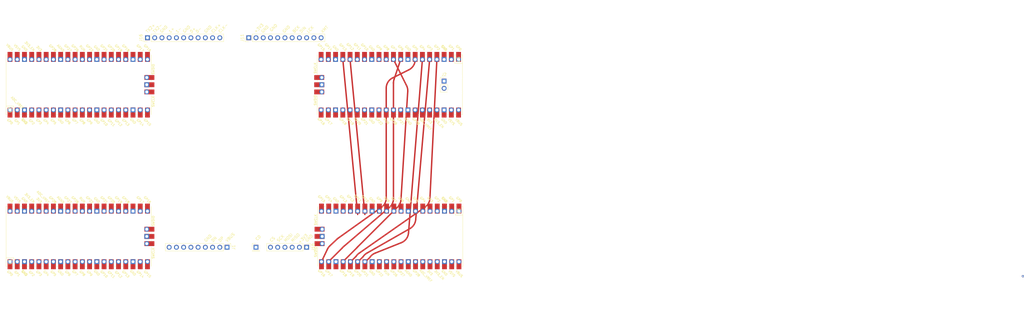
<source format=kicad_pcb>
(kicad_pcb (version 20240108) (generator "pcbnew") (generator_version "8.0")
  (layers (0 "F.Cu" jumper "ALNK") (1 "In1.Cu" signal "Reset") (2 "In2.Cu" signal "UNUSED_2") (3 "In3.Cu" jumper "XLNK") (4 "In4.Cu" power "PWR_GND") (5 "In5.Cu" signal "HDMI") (6 "In6.Cu" signal "VDBUS") (7 "In7.Cu" jumper "UNUSED_4") (8 "In8.Cu" signal "UNUSED_7") (9 "In9.Cu" signal "UNUSED_5") (10 "In10.Cu" signal "VLINK") (11 "In11.Cu" signal "DAC") (12 "In12.Cu" signal "SDCARD") (13 "In13.Cu" signal "FUSB") (14 "In14.Cu" signal "PWR_VBUS") (15 "In15.Cu" signal "BreadboardTracks") (16 "In16.Cu" signal) (31 "B.Cu" signal "B.Cu(XLINK)") (34 "B.Paste" user) (35 "F.Paste" user) (36 "B.SilkS" user "B.Silkscreen") (37 "F.SilkS" user "F.Silkscreen") (38 "B.Mask" user) (39 "F.Mask" user) (44 "Edge.Cuts" user))
  (net 0 "")
  (net 4 "VDBUS_D0")
  (net 5 "VDBUS_D1")
  (net 6 "VDBUS_D2")
  (net 7 "VDBUS_D3")
  (net 8 "VDBUS_D6")
  (net 9 "VDBUS_CLK")
  (net 10 "VDBUS_CS")
  (net 11 "VLNK_RX0")
  (net 13 "VBUS")
  (net 18 "TDMS0+")
  (net 19 "TDMS0-")
  (net 20 "TDMSCLK+")
  (net 21 "TDMSCLK-")
  (net 22 "TDMS2+")
  (net 23 "TDMS2-")
  (net 24 "TDMS1+")
  (net 25 "TDMS1-")
  (net 29 "XLNK_TX3")
  (net 35 "RESET")
  (net 45 "unconnected-(U3-GND-Pad38)")
  (net 52 "XLNK_TX2")
  (net 53 "XLNK_TX0")
  (net 55 "XLNK_TX1")
  (net 68 "TDMS_GND")
  (net 87 "unconnected-(U2-GND-Pad38)")
  (net 100 "unconnected-(U1-GND-Pad38)")
  (net 149 "unconnected-(U5-GND-Pad38)_1")
  (net 161 "VDBUS_D7")
  (net 162 "VDBUS_D4")
  (net 163 "VLNK_TX1")
  (net 164 "VLNK_RX2")
  (net 165 "VDBUS_D5")
  (net 167 "VLNK_RX1")
  (net 168 "VLNK_RX3")
  (net 169 "VLNK_TX0")
  (net 171 "VLNK_TX3")
  (net 172 "VLNK_TX2")
  (net 173 "VDBUS_ACK")
  (net 174 "ALNK_RX2")
  (net 175 "ALNK_RX3")
  (net 177 "ALNK_RX0")
  (net 179 "ALNK_TX2")
  (net 180 "ALNK_RX1")
  (net 182 "ALNK_TX3")
  (net 186 "ALNK_TX0")
  (net 188 "ALNK_TX1")
  (net 192 "SD_MISO")
  (net 194 "SD_MOSI")
  (net 195 "SD_CS")
  (net 196 "SD_CD")
  (net 202 "SD_SCK")
  (net 204 "DAC_LCK")
  (net 205 "+3V3")
  (net 207 "DAC_XMT")
  (net 209 "DAC_BCK")
  (net 211 "DAC_DIN")
  (net 215 "FUSB0_DP")
  (net 218 "FUSB0_DN")
  (footprint "MCU_RaspberryPi_and_Boards:RPi_Pico_SMD_TH" (layer "F.Cu") (at 203.2 68.58 -90)
    (property "Reference" "U5")
    (property "Value" "Pico")
  )
  (footprint "Connector_PinHeader_2.54mm:PinHeader_1x06_P2.54mm_Vertical" (layer "F.Cu") (at 149.86 134.62 -90)
    (property "Reference" "J10")
    (property "Value" "SDCard_header")
  )
  (footprint "Connector_PinHeader_2.54mm:PinHeader_1x09_P2.54mm_Vertical" (layer "F.Cu") (at 121.92 134.62 -90)
    (property "Reference" "J1")
    (property "Value" "FrontUsb_1")
  )
  (footprint "Connector_PinHeader_2.54mm:PinHeader_1x11_P2.54mm_Vertical" (layer "F.Cu") (at 129.54 60.96 90)
    (property "Reference" "J11")
    (property "Value" "DAC_header")
  )
  (footprint "MCU_RaspberryPi_and_Boards:RPi_Pico_SMD_TH" (layer "F.Cu") (at 45.72 86.36 90)
    (property "Reference" "U2")
    (property "Value" "Pico")
  )
  (footprint "Connector_PinHeader_2.54mm:PinHeader_1x02_P2.54mm_Vertical" (layer "F.Cu") (at 198.12 76.2)
    (property "Reference" "J2")
    (property "Value" "Conn_01x02_Pin")
  )
  (footprint "Connector_PinHeader_2.54mm:PinHeader_1x01_P2.54mm_Vertical" (layer "F.Cu") (at 132.08 134.62)
    (property "Reference" "J3" (hide yes))
    (property "Value" "Conn_01x01_Pin" (hide yes))
  )
  (footprint "MCU_RaspberryPi_and_Boards:RPi_Pico_SMD_TH" (layer "F.Cu") (at 203.33 121.92 -90)
    (property "Reference" "U3")
    (property "Value" "Pico")
  )
  (footprint "Connector_PinHeader_2.54mm:PinHeader_1x11_P2.54mm_Vertical" (layer "F.Cu") (at 93.98 60.96 90)
    (property "Reference" "J16")
    (property "Value" "HDMI")
  )
  (footprint "MCU_RaspberryPi_and_Boards:RPi_Pico_SMD_TH" (layer "F.Cu") (at 45.72 139.7 90)
    (property "Reference" "U1")
    (property "Value" "Pico")
  )
  (gr_text "TX2-" (at 96.5 59.5 45) (layer "F.SilkS") (effects (font (size 1 1)) (justify left bottom)))
  (gr_text "GND" (at 137.5 59 45) (layer "F.SilkS") (effects (font (size 1 1)) (justify left bottom)))
  (gr_text "CLK-" (at 119.5 59.5 45) (layer "F.SilkS") (effects (font (size 1 1)) (justify left bottom)))
  (gr_text "GND" (at 134.5 59.5 45) (layer "F.SilkS") (effects (font (size 1 1)) (justify left bottom)))
  (gr_text "DN" (at 117 133 45) (layer "F.SilkS") (effects (font (size 1 1)) (justify left bottom)))
  (gr_text "XMT" (at 155.5 59.5 45) (layer "F.SilkS") (effects (font (size 1 1)) (justify left bottom)))
  (gr_text "GND" (at 150 133 45) (layer "F.SilkS") (effects (font (size 1 1)) (justify left bottom)))
  (gr_text "MISO" (at 145 133 45) (layer "F.SilkS") (effects (font (size 1 1)) (justify left bottom)))
  (gr_text "MOSI" (at 142.5 133 45) (layer "F.SilkS") (effects (font (size 1 1)) (justify left bottom)))
  (gr_text "+3V3" (at 132 59.5 45) (layer "F.SilkS") (effects (font (size 1 1)) (justify left bottom)))
  (gr_text "GND" (at 107 59.5 45) (layer "F.SilkS") (effects (font (size 1 1)) (justify left bottom)))
  (gr_text "+3V3" (at 147.5 133.5 45) (layer "F.SilkS") (effects (font (size 1 1)) (justify left bottom)))
  (gr_text "CS" (at 137.5 133 45) (layer "F.SilkS") (effects (font (size 1 1)) (justify left bottom)))
  (gr_text "GND" (at 142 59.5 45) (layer "F.SilkS") (effects (font (size 1 1)) (justify left bottom)))
  (gr_text "1-" (at 104.5 59.5 45) (layer "F.SilkS") (effects (font (size 1 1)) (justify left bottom)))
  (gr_text "DIN" (at 148 59.5 45) (layer "F.SilkS") (effects (font (size 1 1)) (justify left bottom)))
  (gr_text "1+" (at 102 59.5 45) (layer "F.SilkS") (effects (font (size 1 1)) (justify left bottom)))
  (gr_text "BCK" (at 145.5 59.5 45) (layer "F.SilkS") (effects (font (size 1 1)) (justify left bottom)))
  (gr_text "TX2+" (at 94 59.5 45) (layer "F.SilkS") (effects (font (size 1 1)) (justify left bottom)))
  (gr_text "0+" (at 109.5 59.5 45) (layer "F.SilkS") (effects (font (size 1 1)) (justify left bottom)))
  (gr_text "GND" (at 99 59.5 45) (layer "F.SilkS") (effects (font (size 1 1)) (justify left bottom)))
  (gr_text "DP" (at 119.5 133 45) (layer "F.SilkS") (effects (font (size 1 1)) (justify left bottom)))
  (gr_text "GND" (at 114.5 133 45) (layer "F.SilkS") (effects (font (size 1 1)) (justify left bottom)))
  (gr_text "0-" (at 111.5 59.5 45) (layer "F.SilkS") (effects (font (size 1 1)) (justify left bottom)))
  (gr_text "CLK+" (at 117 59.5 45) (layer "F.SilkS") (effects (font (size 1 1)) (justify left bottom)))
  (gr_text "CD" (at 132.5 132.5 45) (layer "F.SilkS") (effects (font (size 1 1)) (justify left bottom)))
  (gr_text "VBUS" (at 122 133 45) (layer "F.SilkS") (effects (font (size 1 1)) (justify left bottom)))
  (gr_text "SCK" (at 140 133 45) (layer "F.SilkS") (effects (font (size 1 1)) (justify left bottom)))
  (gr_text "GND" (at 114.5 59.5 45) (layer "F.SilkS") (effects (font (size 1 1)) (justify left bottom)))
  (gr_text "LCK" (at 150.5 59.5 45) (layer "F.SilkS") (effects (font (size 1 1)) (justify left bottom)))
  (via (at 401.32 144.78) (size 0.8) (drill 0.4) (layers "F.Cu" "B.Cu") (net 0))
  (segment (start 160.548975 131.745237) (end 158.034017 134.101043) (width 0.5) (layer "F.Cu") (net 11))
  (segment (start 167.801941 134.458059) (end 181.810559 120.449441) (width 0.5) (layer "F.Cu") (net 11))
  (segment (start 182.974342 117.870527) (end 185.352813 79.81499) (width 0.5) (layer "F.Cu") (net 11))
  (segment (start 160.958571 131.409591) (end 176.124953 120.576462) (width 0.5) (layer "F.Cu") (net 11))
  (segment (start 167.921248 139.7) (end 167.77 139.7) (width 0.5) (layer "F.Cu") (net 11))
  (segment (start 162.69 139.7) (end 162.69 139.606966) (width 0.5) (layer "F.Cu") (net 11))
  (segment (start 157.61 139.631898) (end 162.321559 134.920339) (width 0.5) (layer "F.Cu") (net 11))
  (segment (start 157.154628 135.305845) (end 155.07 139.7) (width 0.5) (layer "F.Cu") (net 11))
  (segment (start 162.56 68.58) (end 167.77 123.075) (width 0.5) (layer "F.Cu") (net 11))
  (segment (start 187.96 68.647864) (end 187.96 68.58) (width 0.5) (layer "F.Cu") (net 11))
  (segment (start 193.137739 117.425217) (end 195.58 68.58) (width 0.5) (layer "F.Cu") (net 11))
  (segment (start 165.325366 139.7) (end 167.21733 137.808036) (width 0.5) (layer "F.Cu") (net 11))
  (segment (start 180.34 117.54026) (end 180.34 76.849111) (width 0.5) (layer "F.Cu") (net 11))
  (segment (start 165.1 68.58) (end 170.31 123.075) (width 0.5) (layer "F.Cu") (net 11))
  (segment (start 168.273833 136.716317) (end 191.436579 120.502395) (width 0.5) (layer "F.Cu") (net 11))
  (segment (start 172.029226 138.219092) (end 170.548318 139.7) (width 0.5) (layer "F.Cu") (net 11))
  (segment (start 186.141077 128.039384) (end 171.018321 136.680959) (width 0.5) (layer "F.Cu") (net 11))
  (segment (start 157.61 139.7) (end 157.61 139.631898) (width 0.5) (layer "F.Cu") (net 11))
  (segment (start 165.23 139.7) (end 165.325366 139.7) (width 0.5) (layer "F.Cu") (net 11))
  (segment (start 190.5 68.58) (end 185.617872 129.606605) (width 0.5) (layer "F.Cu") (net 11))
  (segment (start 180.011146 75.094427) (end 185.748854 72.225573) (width 0.5) (layer "F.Cu") (net 11))
  (segment (start 170.548318 139.7) (end 170.31 139.7) (width 0.5) (layer "F.Cu") (net 11))
  (segment (start 184.938311 77.776623) (end 180.34 68.58) (width 0.5) (layer "F.Cu") (net 11))
  (segment (start 177.8 117.321528) (end 177.8 78.672136) (width 0.5) (layer "F.Cu") (net 11))
  (segment (start 183.116173 133.001531) (end 173.894015 136.690394) (width 0.5) (layer "F.Cu") (net 11))
  (segment (start 162.69 139.606966) (end 167.497601 134.799365) (width 0.5) (layer "F.Cu") (net 11))
  (segment (start 162.851161 134.370434) (end 178.943166 120.577287) (width 0.5) (layer "F.Cu") (net 11))
  (segment (start 169.652525 137.968723) (end 167.921248 139.7) (width 0.5) (layer "F.Cu") (net 11))
  (segment (start 193.04 68.58) (end 188.141484 124.91293) (width 0.5) (layer "F.Cu") (net 11))
  (segment (start 180.545267 75.5842) (end 182.88 68.58) (width 0.5) (layer "F.Cu") (net 11))
  (arc (start 185.352813 79.81499) (mid 185.28038 78.768391) (end 184.938311 77.776623) (width 0.5) (layer "F.Cu") (net 11))
  (arc (start 181.810559 120.449441) (mid 182.628085 119.266318) (end 182.974342 117.870527) (width 0.5) (layer "F.Cu") (net 11))
  (arc (start 185.617872 129.606605) (mid 184.850755 131.660527) (end 183.116173 133.001531) (width 0.5) (layer "F.Cu") (net 11))
  (arc (start 160.958571 131.409591) (mid 160.748212 131.570628) (end 160.548975 131.745237) (width 0.5) (layer "F.Cu") (net 11))
  (arc (start 162.321559 134.920339) (mid 162.57321 134.632722) (end 162.851161 134.370434) (width 0.5) (layer "F.Cu") (net 11))
  (arc (start 171.018321 136.680959) (mid 170.258812 137.243588) (end 169.652525 137.968723) (width 0.5) (layer "F.Cu") (net 11))
  (arc (start 177.8 78.672136) (mid 178.397397 76.569211) (end 180.011146 75.094427) (width 0.5) (layer "F.Cu") (net 11))
  (arc (start 176.124953 120.576462) (mid 177.356671 119.151854) (end 177.8 117.321528) (width 0.5) (layer "F.Cu") (net 11))
  (arc (start 167.21733 137.808036) (mid 167.693275 137.211558) (end 168.273833 136.716317) (width 0.5) (layer "F.Cu") (net 11))
  (arc (start 167.497601 134.799365) (mid 167.64489 134.624359) (end 167.801941 134.458059) (width 0.5) (layer "F.Cu") (net 11))
  (arc (start 178.943166 120.577287) (mid 179.974052 119.211687) (end 180.34 117.54026) (width 0.5) (layer "F.Cu") (net 11))
  (arc (start 180.34 76.849111) (mid 180.39165 76.208382) (end 180.545267 75.5842) (width 0.5) (layer "F.Cu") (net 11))
  (arc (start 188.141484 124.91293) (mid 187.525864 126.722226) (end 186.141077 128.039384) (width 0.5) (layer "F.Cu") (net 11))
  (arc (start 185.748854 72.225573) (mid 187.362603 70.750789) (end 187.96 68.647864) (width 0.5) (layer "F.Cu") (net 11))
  (arc (start 157.154628 135.305845) (mid 157.537667 134.662091) (end 158.034017 134.101043) (width 0.5) (layer "F.Cu") (net 11))
  (arc (start 173.894015 136.690394) (mid 172.843686 137.31088) (end 172.029226 138.219092) (width 0.5) (layer "F.Cu") (net 11))
  (arc (start 191.436579 120.502395) (mid 192.6434 119.160747) (end 193.137739 117.425217) (width 0.5) (layer "F.Cu") (net 11))
)
</source>
